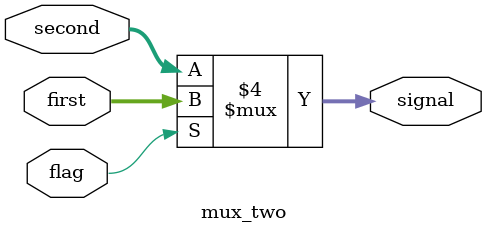
<source format=v>
module mux_two(first,second,flag,signal);
input [31:0] first;
input [31:0] second;
input flag;
output reg [31:0] signal;

always@(*)
begin
    if(flag == 1)
        signal <= first;
    else
        signal <= second;
    //$display("mux flag: %d", flag);
end
endmodule

</source>
